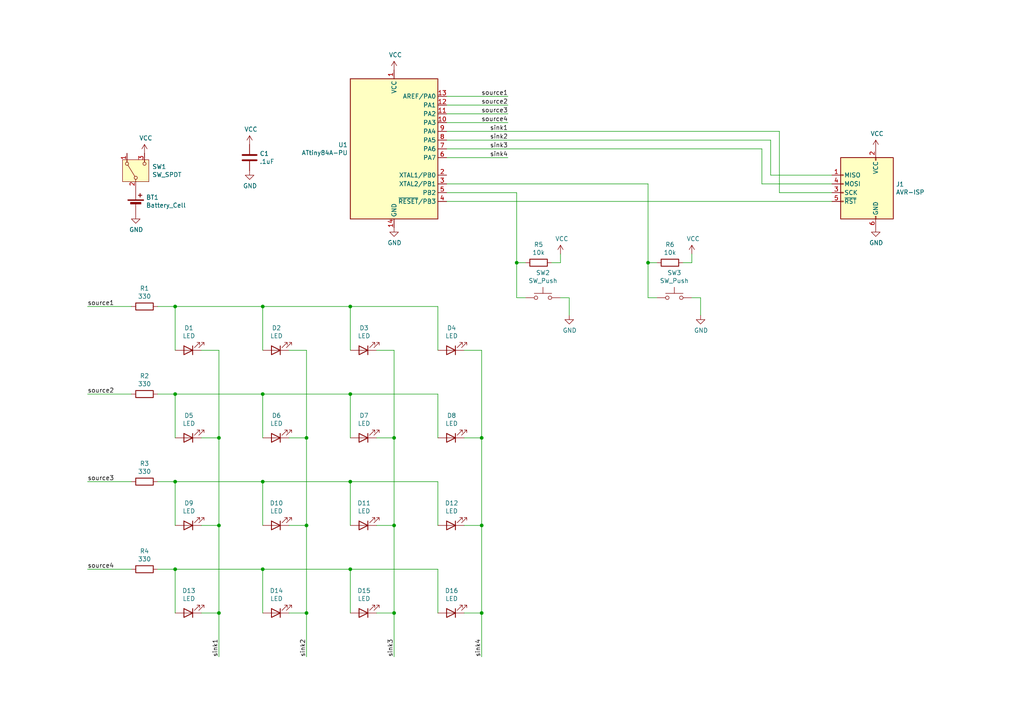
<source format=kicad_sch>
(kicad_sch (version 20250114) (generator "eeschema") (generator_version "9.0")
  (paper "A4")
  (lib_symbols
    (symbol "CogLightBadgeTHT-rescue:ATtiny84A-PU-MCU_Microchip_ATtiny"
      (property "Reference" "U" (at -12.7 21.59 0))
      (property "Value" "MCU_Microchip_ATtiny_ATtiny84A-PU" (at 2.54 -21.59 0))
      (symbol "ATtiny84A-PU-MCU_Microchip_ATtiny_0_1"
        (rectangle (start -12.7 -20.32) (end 12.7 20.32) (stroke (width 0.254)) (fill (type background)))
      )
      (symbol "ATtiny84A-PU-MCU_Microchip_ATtiny_1_1"
        (pin power_in line (at 0 22.86 270) (length 2.54) (name "VCC") (number "1"))
        (pin power_in line (at 0 -22.86 90) (length 2.54) (name "GND") (number "14"))
        (pin bidirectional line (at 15.24 15.24 180) (length 2.54) (name "AREF/PA0") (number "13"))
        (pin bidirectional line (at 15.24 12.7 180) (length 2.54) (name "PA1") (number "12"))
        (pin bidirectional line (at 15.24 10.16 180) (length 2.54) (name "PA2") (number "11"))
        (pin bidirectional line (at 15.24 7.62 180) (length 2.54) (name "PA3") (number "10"))
        (pin bidirectional line (at 15.24 5.08 180) (length 2.54) (name "PA4") (number "9"))
        (pin bidirectional line (at 15.24 2.54 180) (length 2.54) (name "PA5") (number "8"))
        (pin bidirectional line (at 15.24 0 180) (length 2.54) (name "PA6") (number "7"))
        (pin bidirectional line (at 15.24 -2.54 180) (length 2.54) (name "PA7") (number "6"))
        (pin bidirectional line (at 15.24 -7.62 180) (length 2.54) (name "XTAL1/PB0") (number "2"))
        (pin bidirectional line (at 15.24 -10.16 180) (length 2.54) (name "XTAL2/PB1") (number "3"))
        (pin bidirectional line (at 15.24 -12.7 180) (length 2.54) (name "PB2") (number "5"))
        (pin bidirectional line (at 15.24 -15.24 180) (length 2.54) (name "~{RESET}/PB3") (number "4"))
      )
    )
    (symbol "CogLightBadgeTHT-rescue:GND-power" (power) (pin_names (offset 0))
      (property "Value" "power_GND" (at 0 -3.81 0))
      (symbol "GND-power_0_1"
        (polyline (pts (xy 0 0) (xy 0 -1.27) (xy 1.27 -1.27) (xy 0 -2.54) (xy -1.27 -1.27) (xy 0 -1.27)))
      )
      (symbol "GND-power_1_1"
        (pin power_in line (at 0 0 270) (length 0) (hide yes) (name "GND") (number "1"))
      )
    )
    (symbol "CogLightBadgeTHT-rescue:VCC-power" (power) (pin_names (offset 0))
      (property "Value" "power_VCC" (at 0 3.81 0))
      (symbol "VCC-power_0_1"
        (polyline (pts (xy -0.762 1.27) (xy 0 2.54)))
        (polyline (pts (xy 0 2.54) (xy 0.762 1.27)))
        (polyline (pts (xy 0 0) (xy 0 2.54)))
      )
      (symbol "VCC-power_1_1"
        (pin power_in line (at 0 0 90) (length 0) (hide yes) (name "VCC") (number "1"))
      )
    )
    (symbol "Connector:AVR-ISP-6" (pin_names (offset 1.016))
      (property "Reference" "J" (at -6.35 11.43 0))
      (property "Value" "AVR-ISP-6" (at 0 11.43 0))
      (symbol "AVR-ISP-6_0_1"
        (rectangle (start -2.667 10.16) (end -2.413 9.398))
        (rectangle (start -2.667 -6.858) (end -2.413 -7.62))
        (rectangle (start 7.62 10.16) (end -7.62 -7.62) (stroke (width 0.254)) (fill (type background)))
        (rectangle (start 7.62 5.207) (end 6.858 4.953))
        (rectangle (start 7.62 2.667) (end 6.858 2.413))
        (rectangle (start 7.62 0.127) (end 6.858 -0.127))
        (rectangle (start 7.62 -2.413) (end 6.858 -2.667))
      )
      (symbol "AVR-ISP-6_1_1"
        (pin passive line (at -2.54 12.7 270) (length 2.54) (name "VCC") (number "2"))
        (pin passive line (at -2.54 -10.16 90) (length 2.54) (name "GND") (number "6"))
        (pin passive line (at 10.16 5.08 180) (length 2.54) (name "MISO") (number "1"))
        (pin passive line (at 10.16 2.54 180) (length 2.54) (name "MOSI") (number "4"))
        (pin passive line (at 10.16 0 180) (length 2.54) (name "SCK") (number "3"))
        (pin passive line (at 10.16 -2.54 180) (length 2.54) (name "~{RST}") (number "5"))
      )
    )
    (symbol "Device:Battery_Cell" (pin_numbers (hide yes)) (pin_names (offset 0) (hide yes))
      (property "Reference" "BT" (at 2.54 2.54 0))
      (property "Value" "Battery_Cell" (at 2.54 0 0))
      (symbol "Battery_Cell_0_1"
        (rectangle (start -2.286 1.778) (end 2.286 1.524) (fill (type outline)))
        (rectangle (start -1.524 1.016) (end 1.524 0.508) (fill (type outline)))
        (polyline (pts (xy 0 1.778) (xy 0 2.54)))
        (polyline (pts (xy 0 0.762) (xy 0 0)))
        (polyline (pts (xy 0.762 3.048) (xy 1.778 3.048)) (stroke (width 0.254)))
        (polyline (pts (xy 1.27 3.556) (xy 1.27 2.54)) (stroke (width 0.254)))
      )
      (symbol "Battery_Cell_1_1"
        (pin passive line (at 0 5.08 270) (length 2.54) (name "+") (number "1"))
        (pin passive line (at 0 -2.54 90) (length 2.54) (name "-") (number "2"))
      )
    )
    (symbol "Device:C" (pin_numbers (hide yes)) (pin_names (offset 0.254))
      (property "Reference" "C" (at 0.635 2.54 0))
      (property "Value" "C" (at 0.635 -2.54 0))
      (symbol "C_0_1"
        (polyline (pts (xy -2.032 0.762) (xy 2.032 0.762)) (stroke (width 0.508)))
        (polyline (pts (xy -2.032 -0.762) (xy 2.032 -0.762)) (stroke (width 0.508)))
      )
      (symbol "C_1_1"
        (pin passive line (at 0 3.81 270) (length 2.794) (name "~") (number "1"))
        (pin passive line (at 0 -3.81 90) (length 2.794) (name "~") (number "2"))
      )
    )
    (symbol "Device:LED" (pin_numbers (hide yes)) (pin_names (offset 1.016) (hide yes))
      (property "Reference" "D" (at 0 2.54 0))
      (property "Value" "LED" (at 0 -2.54 0))
      (symbol "LED_0_1"
        (polyline (pts (xy -3.048 -0.762) (xy -4.572 -2.286) (xy -3.81 -2.286) (xy -4.572 -2.286) (xy -4.572 -1.524)))
        (polyline (pts (xy -1.778 -0.762) (xy -3.302 -2.286) (xy -2.54 -2.286) (xy -3.302 -2.286) (xy -3.302 -1.524)))
        (polyline (pts (xy -1.27 0) (xy 1.27 0)))
        (polyline (pts (xy -1.27 -1.27) (xy -1.27 1.27)) (stroke (width 0.254)))
        (polyline (pts (xy 1.27 -1.27) (xy 1.27 1.27) (xy -1.27 0) (xy 1.27 -1.27)) (stroke (width 0.254)))
      )
      (symbol "LED_1_1"
        (pin passive line (at -3.81 0 0) (length 2.54) (name "K") (number "1"))
        (pin passive line (at 3.81 0 180) (length 2.54) (name "A") (number "2"))
      )
    )
    (symbol "Device:R" (pin_numbers (hide yes)) (pin_names (offset 0))
      (property "Reference" "R" (at 2.032 0 90))
      (property "Value" "R" (at 0 0 90))
      (symbol "R_0_1"
        (rectangle (start -1.016 -2.54) (end 1.016 2.54) (stroke (width 0.254)))
      )
      (symbol "R_1_1"
        (pin passive line (at 0 3.81 270) (length 1.27) (name "~") (number "1"))
        (pin passive line (at 0 -3.81 90) (length 1.27) (name "~") (number "2"))
      )
    )
    (symbol "Switch:SW_Push" (pin_numbers (hide yes)) (pin_names (offset 1.016) (hide yes))
      (property "Reference" "SW" (at 1.27 2.54 0))
      (property "Value" "SW_Push" (at 0 -1.524 0))
      (symbol "SW_Push_0_1"
        (circle (center -2.032 0) (radius 0.508))
        (polyline (pts (xy 0 1.27) (xy 0 3.048)))
        (circle (center 2.032 0) (radius 0.508))
        (polyline (pts (xy 2.54 1.27) (xy -2.54 1.27)))
        (pin passive line (at -5.08 0 0) (length 2.54) (name "1") (number "1"))
        (pin passive line (at 5.08 0 180) (length 2.54) (name "2") (number "2"))
      )
    )
    (symbol "Switch:SW_SPDT" (pin_names (offset 0) (hide yes))
      (property "Reference" "SW" (at 0 5.08 0))
      (property "Value" "SW_SPDT" (at 0 -5.08 0))
      (symbol "SW_SPDT_0_1"
        (circle (center -2.032 0) (radius 0.4572))
        (polyline (pts (xy -1.651 0.254) (xy 1.651 2.286)))
        (circle (center 2.032 2.54) (radius 0.4572))
        (circle (center 2.032 -2.54) (radius 0.4572))
      )
      (symbol "SW_SPDT_1_1"
        (rectangle (start -3.175 3.81) (end 3.175 -3.81) (fill (type background)))
        (pin passive line (at -5.08 0 0) (length 2.54) (name "B") (number "2"))
        (pin passive line (at 5.08 2.54 180) (length 2.54) (name "A") (number "1"))
        (pin passive line (at 5.08 -2.54 180) (length 2.54) (name "C") (number "3"))
      )
    )
  )
  (junction (at 63.5 177.8))
  (junction (at 149.86 76.2))
  (junction (at 88.9 127))
  (junction (at 76.2 88.9))
  (junction (at 101.6 165.1))
  (junction (at 50.8 139.7))
  (junction (at 76.2 139.7))
  (junction (at 139.7 177.8))
  (junction (at 76.2 114.3))
  (junction (at 88.9 152.4))
  (junction (at 139.7 152.4))
  (junction (at 63.5 152.4))
  (junction (at 139.7 127))
  (junction (at 101.6 114.3))
  (junction (at 114.3 127))
  (junction (at 63.5 127))
  (junction (at 187.96 76.2))
  (junction (at 114.3 152.4))
  (junction (at 50.8 88.9))
  (junction (at 114.3 177.8))
  (junction (at 50.8 165.1))
  (junction (at 101.6 139.7))
  (junction (at 76.2 165.1))
  (junction (at 101.6 88.9))
  (junction (at 50.8 114.3))
  (junction (at 88.9 177.8))
  (wire (pts (xy 45.72 114.3) (xy 50.8 114.3)))
  (wire (pts (xy 101.6 177.8) (xy 101.6 165.1)))
  (wire (pts (xy 83.82 127) (xy 88.9 127)))
  (wire (pts (xy 226.06 55.88) (xy 241.3 55.88)))
  (wire (pts (xy 88.9 177.8) (xy 88.9 190.5)))
  (wire (pts (xy 101.6 152.4) (xy 101.6 139.7)))
  (wire (pts (xy 76.2 88.9) (xy 101.6 88.9)))
  (wire (pts (xy 109.22 177.8) (xy 114.3 177.8)))
  (wire (pts (xy 83.82 152.4) (xy 88.9 152.4)))
  (wire (pts (xy 127 127) (xy 127 114.3)))
  (wire (pts (xy 101.6 88.9) (xy 127 88.9)))
  (wire (pts (xy 38.1 165.1) (xy 25.4 165.1)))
  (wire (pts (xy 147.32 30.48) (xy 129.54 30.48)))
  (wire (pts (xy 76.2 139.7) (xy 101.6 139.7)))
  (wire (pts (xy 109.22 101.6) (xy 114.3 101.6)))
  (wire (pts (xy 129.54 27.94) (xy 147.32 27.94)))
  (wire (pts (xy 129.54 43.18) (xy 220.98 43.18)))
  (wire (pts (xy 139.7 127) (xy 139.7 152.4)))
  (wire (pts (xy 50.8 165.1) (xy 45.72 165.1)))
  (wire (pts (xy 76.2 165.1) (xy 50.8 165.1)))
  (wire (pts (xy 203.2 86.36) (xy 203.2 91.44)))
  (wire (pts (xy 50.8 139.7) (xy 76.2 139.7)))
  (wire (pts (xy 198.12 76.2) (xy 200.66 76.2)))
  (wire (pts (xy 149.86 86.36) (xy 149.86 76.2)))
  (wire (pts (xy 38.1 88.9) (xy 25.4 88.9)))
  (wire (pts (xy 129.54 33.02) (xy 147.32 33.02)))
  (wire (pts (xy 127 165.1) (xy 101.6 165.1)))
  (wire (pts (xy 101.6 114.3) (xy 127 114.3)))
  (wire (pts (xy 129.54 38.1) (xy 226.06 38.1)))
  (wire (pts (xy 129.54 58.42) (xy 241.3 58.42)))
  (wire (pts (xy 76.2 127) (xy 76.2 114.3)))
  (wire (pts (xy 88.9 177.8) (xy 88.9 152.4)))
  (wire (pts (xy 50.8 177.8) (xy 50.8 165.1)))
  (wire (pts (xy 63.5 101.6) (xy 63.5 127)))
  (wire (pts (xy 76.2 101.6) (xy 76.2 88.9)))
  (wire (pts (xy 63.5 127) (xy 63.5 152.4)))
  (wire (pts (xy 114.3 177.8) (xy 114.3 190.5)))
  (wire (pts (xy 220.98 53.34) (xy 241.3 53.34)))
  (wire (pts (xy 58.42 127) (xy 63.5 127)))
  (wire (pts (xy 149.86 55.88) (xy 129.54 55.88)))
  (wire (pts (xy 88.9 127) (xy 88.9 152.4)))
  (wire (pts (xy 45.72 88.9) (xy 50.8 88.9)))
  (wire (pts (xy 25.4 139.7) (xy 38.1 139.7)))
  (wire (pts (xy 114.3 127) (xy 114.3 152.4)))
  (wire (pts (xy 50.8 152.4) (xy 50.8 139.7)))
  (wire (pts (xy 162.56 76.2) (xy 162.56 73.66)))
  (wire (pts (xy 38.1 114.3) (xy 25.4 114.3)))
  (wire (pts (xy 139.7 177.8) (xy 139.7 152.4)))
  (wire (pts (xy 147.32 35.56) (xy 129.54 35.56)))
  (wire (pts (xy 109.22 152.4) (xy 114.3 152.4)))
  (wire (pts (xy 127 101.6) (xy 127 88.9)))
  (wire (pts (xy 200.66 76.2) (xy 200.66 73.66)))
  (wire (pts (xy 187.96 53.34) (xy 187.96 76.2)))
  (wire (pts (xy 63.5 177.8) (xy 63.5 152.4)))
  (wire (pts (xy 88.9 101.6) (xy 88.9 127)))
  (wire (pts (xy 63.5 177.8) (xy 63.5 190.5)))
  (wire (pts (xy 58.42 152.4) (xy 63.5 152.4)))
  (wire (pts (xy 114.3 177.8) (xy 114.3 152.4)))
  (wire (pts (xy 101.6 165.1) (xy 76.2 165.1)))
  (wire (pts (xy 76.2 152.4) (xy 76.2 139.7)))
  (wire (pts (xy 226.06 38.1) (xy 226.06 55.88)))
  (wire (pts (xy 127 177.8) (xy 127 165.1)))
  (wire (pts (xy 83.82 101.6) (xy 88.9 101.6)))
  (wire (pts (xy 160.02 76.2) (xy 162.56 76.2)))
  (wire (pts (xy 162.56 86.36) (xy 165.1 86.36)))
  (wire (pts (xy 58.42 101.6) (xy 63.5 101.6)))
  (wire (pts (xy 165.1 86.36) (xy 165.1 91.44)))
  (wire (pts (xy 223.52 40.64) (xy 223.52 50.8)))
  (wire (pts (xy 101.6 127) (xy 101.6 114.3)))
  (wire (pts (xy 50.8 88.9) (xy 76.2 88.9)))
  (wire (pts (xy 152.4 86.36) (xy 149.86 86.36)))
  (wire (pts (xy 223.52 50.8) (xy 241.3 50.8)))
  (wire (pts (xy 50.8 101.6) (xy 50.8 88.9)))
  (wire (pts (xy 114.3 101.6) (xy 114.3 127)))
  (wire (pts (xy 76.2 114.3) (xy 101.6 114.3)))
  (wire (pts (xy 50.8 114.3) (xy 76.2 114.3)))
  (wire (pts (xy 58.42 177.8) (xy 63.5 177.8)))
  (wire (pts (xy 134.62 101.6) (xy 139.7 101.6)))
  (wire (pts (xy 101.6 101.6) (xy 101.6 88.9)))
  (wire (pts (xy 149.86 76.2) (xy 149.86 55.88)))
  (wire (pts (xy 134.62 152.4) (xy 139.7 152.4)))
  (wire (pts (xy 129.54 40.64) (xy 223.52 40.64)))
  (wire (pts (xy 76.2 177.8) (xy 76.2 165.1)))
  (wire (pts (xy 83.82 177.8) (xy 88.9 177.8)))
  (wire (pts (xy 190.5 86.36) (xy 187.96 86.36)))
  (wire (pts (xy 220.98 43.18) (xy 220.98 53.34)))
  (wire (pts (xy 127 152.4) (xy 127 139.7)))
  (wire (pts (xy 187.96 76.2) (xy 187.96 86.36)))
  (wire (pts (xy 45.72 139.7) (xy 50.8 139.7)))
  (wire (pts (xy 139.7 101.6) (xy 139.7 127)))
  (wire (pts (xy 109.22 127) (xy 114.3 127)))
  (wire (pts (xy 101.6 139.7) (xy 127 139.7)))
  (wire (pts (xy 187.96 53.34) (xy 129.54 53.34)))
  (wire (pts (xy 139.7 177.8) (xy 139.7 190.5)))
  (wire (pts (xy 134.62 177.8) (xy 139.7 177.8)))
  (wire (pts (xy 147.32 45.72) (xy 129.54 45.72)))
  (wire (pts (xy 50.8 127) (xy 50.8 114.3)))
  (wire (pts (xy 187.96 76.2) (xy 190.5 76.2)))
  (wire (pts (xy 200.66 86.36) (xy 203.2 86.36)))
  (wire (pts (xy 149.86 76.2) (xy 152.4 76.2)))
  (wire (pts (xy 134.62 127) (xy 139.7 127)))
  (label "sink2" (at 88.9 190.5 90))
  (label "sink1" (at 63.5 190.5 90))
  (label "source2" (at 25.4 114.3 0))
  (label "source1" (at 25.4 88.9 0))
  (label "sink1" (at 147.32 38.1 180))
  (label "source4" (at 25.4 165.1 0))
  (label "sink3" (at 147.32 43.18 180))
  (label "source4" (at 147.32 35.56 180))
  (label "source2" (at 147.32 30.48 180))
  (label "source3" (at 147.32 33.02 180))
  (label "sink4" (at 139.7 190.5 90))
  (label "sink2" (at 147.32 40.64 180))
  (label "sink4" (at 147.32 45.72 180))
  (label "source3" (at 25.4 139.7 0))
  (label "sink3" (at 114.3 190.5 90))
  (label "source1" (at 147.32 27.94 180))
  (symbol (lib_id "Device:LED") (at 54.61 101.6 180) (unit 1)
    (property "Reference" "D1" (at 54.7878 95.123 0))
    (property "Value" "LED" (at 54.7878 97.4344 0))
    (property "Footprint" "LED_THT:LED_D5.0mm" (effects (hide yes)))
  )
  (symbol (lib_id "Device:R") (at 41.91 88.9 270) (unit 1)
    (property "Reference" "R1" (at 41.91 83.6422 90))
    (property "Value" "330" (at 41.91 85.9536 90))
    (property "Footprint" "Resistor_THT:R_Axial_DIN0207_L6.3mm_D2.5mm_P7.62mm_Horizontal" (effects (hide yes)))
  )
  (symbol (lib_id "Device:LED") (at 80.01 101.6 180) (unit 1)
    (property "Reference" "D2" (at 80.1878 95.123 0))
    (property "Value" "LED" (at 80.1878 97.4344 0))
    (property "Footprint" "LED_THT:LED_D5.0mm" (effects (hide yes)))
  )
  (symbol (lib_id "Device:LED") (at 105.41 101.6 180) (unit 1)
    (property "Reference" "D3" (at 105.5878 95.123 0))
    (property "Value" "LED" (at 105.5878 97.4344 0))
    (property "Footprint" "LED_THT:LED_D5.0mm" (effects (hide yes)))
  )
  (symbol (lib_id "Device:LED") (at 130.81 101.6 180) (unit 1)
    (property "Reference" "D4" (at 130.9878 95.123 0))
    (property "Value" "LED" (at 130.9878 97.4344 0))
    (property "Footprint" "LED_THT:LED_D5.0mm" (effects (hide yes)))
  )
  (symbol (lib_id "Device:LED") (at 54.61 127 180) (unit 1)
    (property "Reference" "D5" (at 54.7878 120.523 0))
    (property "Value" "LED" (at 54.7878 122.8344 0))
    (property "Footprint" "LED_THT:LED_D5.0mm" (effects (hide yes)))
  )
  (symbol (lib_id "Device:LED") (at 130.81 177.8 180) (unit 1)
    (property "Reference" "D16" (at 130.9878 171.323 0))
    (property "Value" "LED" (at 130.9878 173.6344 0))
    (property "Footprint" "LED_THT:LED_D5.0mm" (effects (hide yes)))
  )
  (symbol (lib_id "Device:LED") (at 80.01 127 180) (unit 1)
    (property "Reference" "D6" (at 80.1878 120.523 0))
    (property "Value" "LED" (at 80.1878 122.8344 0))
    (property "Footprint" "LED_THT:LED_D5.0mm" (effects (hide yes)))
  )
  (symbol (lib_id "Device:LED") (at 105.41 152.4 180) (unit 1)
    (property "Reference" "D11" (at 105.5878 145.923 0))
    (property "Value" "LED" (at 105.5878 148.2344 0))
    (property "Footprint" "LED_THT:LED_D5.0mm" (effects (hide yes)))
  )
  (symbol (lib_id "Device:LED") (at 105.41 127 180) (unit 1)
    (property "Reference" "D7" (at 105.5878 120.523 0))
    (property "Value" "LED" (at 105.5878 122.8344 0))
    (property "Footprint" "LED_THT:LED_D5.0mm" (effects (hide yes)))
  )
  (symbol (lib_id "Device:LED") (at 130.81 152.4 180) (unit 1)
    (property "Reference" "D12" (at 130.9878 145.923 0))
    (property "Value" "LED" (at 130.9878 148.2344 0))
    (property "Footprint" "LED_THT:LED_D5.0mm" (effects (hide yes)))
  )
  (symbol (lib_id "Device:LED") (at 54.61 177.8 180) (unit 1)
    (property "Reference" "D13" (at 54.7878 171.323 0))
    (property "Value" "LED" (at 54.7878 173.6344 0))
    (property "Footprint" "LED_THT:LED_D5.0mm" (effects (hide yes)))
  )
  (symbol (lib_id "Device:LED") (at 130.81 127 180) (unit 1)
    (property "Reference" "D8" (at 130.9878 120.523 0))
    (property "Value" "LED" (at 130.9878 122.8344 0))
    (property "Footprint" "LED_THT:LED_D5.0mm" (effects (hide yes)))
  )
  (symbol (lib_id "Device:LED") (at 54.61 152.4 180) (unit 1)
    (property "Reference" "D9" (at 54.7878 145.923 0))
    (property "Value" "LED" (at 54.7878 148.2344 0))
    (property "Footprint" "LED_THT:LED_D5.0mm" (effects (hide yes)))
  )
  (symbol (lib_id "Device:LED") (at 80.01 177.8 180) (unit 1)
    (property "Reference" "D14" (at 80.1878 171.323 0))
    (property "Value" "LED" (at 80.1878 173.6344 0))
    (property "Footprint" "LED_THT:LED_D5.0mm" (effects (hide yes)))
  )
  (symbol (lib_id "Device:LED") (at 105.41 177.8 180) (unit 1)
    (property "Reference" "D15" (at 105.5878 171.323 0))
    (property "Value" "LED" (at 105.5878 173.6344 0))
    (property "Footprint" "LED_THT:LED_D5.0mm" (effects (hide yes)))
  )
  (symbol (lib_id "Device:LED") (at 80.01 152.4 180) (unit 1)
    (property "Reference" "D10" (at 80.1878 145.923 0))
    (property "Value" "LED" (at 80.1878 148.2344 0))
    (property "Footprint" "LED_THT:LED_D5.0mm" (effects (hide yes)))
  )
  (symbol (lib_id "Device:Battery_Cell") (at 39.37 59.69 0) (unit 1)
    (property "Reference" "BT1" (at 42.3672 57.2516 0) (effects (justify left)))
    (property "Value" "Battery_Cell" (at 42.3672 59.563 0) (effects (justify left)))
    (property "Footprint" "CogLightBadgeTHT:MP000362_CR2032_Holder_THT" (effects (hide yes)))
  )
  (symbol (lib_id "Device:R") (at 41.91 114.3 270) (unit 1)
    (property "Reference" "R2" (at 41.91 109.0422 90))
    (property "Value" "330" (at 41.91 111.3536 90))
    (property "Footprint" "Resistor_THT:R_Axial_DIN0207_L6.3mm_D2.5mm_P7.62mm_Horizontal" (effects (hide yes)))
  )
  (symbol (lib_id "Device:R") (at 41.91 139.7 270) (unit 1)
    (property "Reference" "R3" (at 41.91 134.4422 90))
    (property "Value" "330" (at 41.91 136.7536 90))
    (property "Footprint" "Resistor_THT:R_Axial_DIN0207_L6.3mm_D2.5mm_P7.62mm_Horizontal" (effects (hide yes)))
  )
  (symbol (lib_id "Device:R") (at 41.91 165.1 270) (unit 1)
    (property "Reference" "R4" (at 41.91 159.8422 90))
    (property "Value" "330" (at 41.91 162.1536 90))
    (property "Footprint" "Resistor_THT:R_Axial_DIN0207_L6.3mm_D2.5mm_P7.62mm_Horizontal" (effects (hide yes)))
  )
  (symbol (lib_id "CogLightBadgeTHT-rescue:GND-power") (at 39.37 62.23 0) (unit 1)
    (property "Reference" "#PWR0102" (effects (hide yes)))
    (property "Value" "GND" (at 39.497 66.6242 0))
  )
  (symbol (lib_id "CogLightBadgeTHT-rescue:ATtiny84A-PU-MCU_Microchip_ATtiny") (at 114.3 43.18 0) (unit 1)
    (property "Reference" "U1" (at 100.8634 42.0116 0) (effects (justify right)))
    (property "Value" "ATtiny84A-PU" (at 100.8634 44.323 0) (effects (justify right)))
    (property "Footprint" "Package_DIP:DIP-14_W7.62mm_LongPads" (effects (hide yes)))
    (property "Datasheet" "http://ww1.microchip.com/downloads/en/DeviceDoc/doc8183.pdf" (effects (hide yes)))
  )
  (symbol (lib_id "CogLightBadgeTHT-rescue:GND-power") (at 114.3 66.04 0) (unit 1)
    (property "Reference" "#PWR0103" (effects (hide yes)))
    (property "Value" "GND" (at 114.427 70.4342 0))
  )
  (symbol (lib_id "CogLightBadgeTHT-rescue:VCC-power") (at 114.3 20.32 0) (unit 1)
    (property "Reference" "#PWR0104" (effects (hide yes)))
    (property "Value" "VCC" (at 114.681 15.9258 0))
  )
  (symbol (lib_id "CogLightBadgeTHT-rescue:VCC-power") (at 41.91 44.45 0) (unit 1)
    (property "Reference" "#PWR0105" (effects (hide yes)))
    (property "Value" "VCC" (at 42.291 40.0558 0))
  )
  (symbol (lib_id "Switch:SW_SPDT") (at 39.37 49.53 90) (unit 1)
    (property "Reference" "SW1" (at 44.1452 48.3616 90) (effects (justify right)))
    (property "Value" "SW_SPDT" (at 44.1452 50.673 90) (effects (justify right)))
    (property "Footprint" "CogLightBadgeTHT:OS102011MA1QN1_SPDT_SlideSwithch_THT" (effects (hide yes)))
  )
  (symbol (lib_id "Connector:AVR-ISP-6") (at 251.46 55.88 0) (mirror y) (unit 1)
    (property "Reference" "J1" (at 259.842 53.4416 0) (effects (justify right)))
    (property "Value" "AVR-ISP" (at 259.842 55.753 0) (effects (justify right)))
    (property "Footprint" "Connector_IDC:IDC-Header_2x03_P2.54mm_Vertical" (effects (hide yes)))
  )
  (symbol (lib_id "CogLightBadgeTHT-rescue:GND-power") (at 254 66.04 0) (unit 1)
    (property "Reference" "#PWR0106" (effects (hide yes)))
    (property "Value" "GND" (at 254.127 70.4342 0))
  )
  (symbol (lib_id "CogLightBadgeTHT-rescue:VCC-power") (at 254 43.18 0) (unit 1)
    (property "Reference" "#PWR0107" (effects (hide yes)))
    (property "Value" "VCC" (at 254.381 38.7858 0))
  )
  (symbol (lib_id "CogLightBadgeTHT-rescue:GND-power") (at 165.1 91.44 0) (unit 1)
    (property "Reference" "#PWR0101" (effects (hide yes)))
    (property "Value" "GND" (at 165.227 95.8342 0))
  )
  (symbol (lib_id "CogLightBadgeTHT-rescue:GND-power") (at 203.2 91.44 0) (unit 1)
    (property "Reference" "#PWR0108" (effects (hide yes)))
    (property "Value" "GND" (at 203.327 95.8342 0))
  )
  (symbol (lib_id "Device:R") (at 156.21 76.2 270) (unit 1)
    (property "Reference" "R5" (at 156.21 70.9422 90))
    (property "Value" "10k" (at 156.21 73.2536 90))
    (property "Footprint" "Resistor_THT:R_Axial_DIN0207_L6.3mm_D2.5mm_P7.62mm_Horizontal" (effects (hide yes)))
  )
  (symbol (lib_id "Device:R") (at 194.31 76.2 270) (unit 1)
    (property "Reference" "R6" (at 194.31 70.9422 90))
    (property "Value" "10k" (at 194.31 73.2536 90))
    (property "Footprint" "Resistor_THT:R_Axial_DIN0207_L6.3mm_D2.5mm_P7.62mm_Horizontal" (effects (hide yes)))
  )
  (symbol (lib_id "CogLightBadgeTHT-rescue:VCC-power") (at 200.66 73.66 0) (unit 1)
    (property "Reference" "#PWR0109" (effects (hide yes)))
    (property "Value" "VCC" (at 201.041 69.2658 0))
  )
  (symbol (lib_id "CogLightBadgeTHT-rescue:VCC-power") (at 162.56 73.66 0) (unit 1)
    (property "Reference" "#PWR0110" (effects (hide yes)))
    (property "Value" "VCC" (at 162.941 69.2658 0))
  )
  (symbol (lib_id "Switch:SW_Push") (at 157.48 86.36 0) (unit 1)
    (property "Reference" "SW2" (at 157.48 79.121 0))
    (property "Value" "SW_Push" (at 157.48 81.4324 0))
    (property "Footprint" "Button_Switch_THT:SW_PUSH_6mm_H5mm" (effects (hide yes)))
  )
  (symbol (lib_id "Switch:SW_Push") (at 195.58 86.36 0) (unit 1)
    (property "Reference" "SW3" (at 195.58 79.121 0))
    (property "Value" "SW_Push" (at 195.58 81.4324 0))
    (property "Footprint" "Button_Switch_THT:SW_PUSH_6mm_H5mm" (effects (hide yes)))
  )
  (symbol (lib_id "Device:C") (at 72.39 45.72 0) (unit 1)
    (property "Reference" "C1" (at 75.311 44.5516 0) (effects (justify left)))
    (property "Value" ".1uF" (at 75.311 46.863 0) (effects (justify left)))
    (property "Footprint" "Capacitor_THT:C_Disc_D5.0mm_W2.5mm_P5.00mm" (effects (hide yes)))
  )
  (symbol (lib_id "CogLightBadgeTHT-rescue:VCC-power") (at 72.39 41.91 0) (unit 1)
    (property "Reference" "#PWR0111" (effects (hide yes)))
    (property "Value" "VCC" (at 72.771 37.5158 0))
  )
  (symbol (lib_id "CogLightBadgeTHT-rescue:GND-power") (at 72.39 49.53 0) (unit 1)
    (property "Reference" "#PWR0112" (effects (hide yes)))
    (property "Value" "GND" (at 72.517 53.9242 0))
  )
)
</source>
